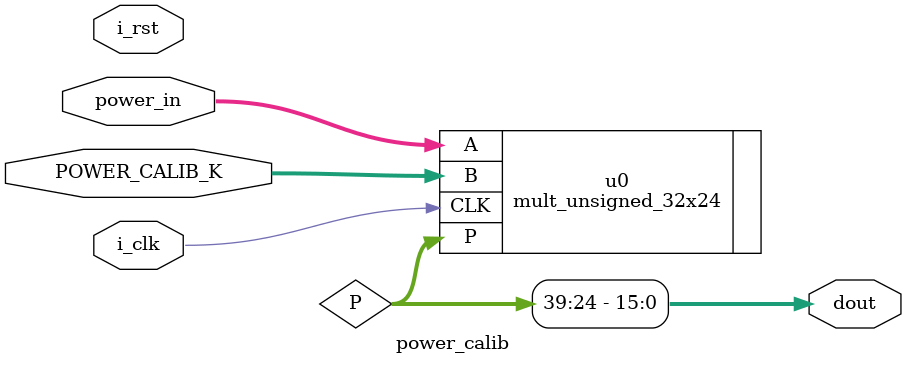
<source format=v>
module power_calib(
	input 		i_clk,	//125m 
	input 		i_rst,
	
	input [31:0]	power_in,
	input [23:0]	POWER_CALIB_K,	//2^24
	
	output [15:0]	dout	//
);

wire [55 : 0] P;
mult_unsigned_32x24 u0 (
  .CLK(i_clk),  // input wire CLK
  .A(power_in),      // input wire [31 : 0] A
  .B(POWER_CALIB_K),      // input wire [17 : 0] B
  .P(P)      // output wire [49 : 0] P
);

assign dout = P >> 24;


endmodule 
</source>
